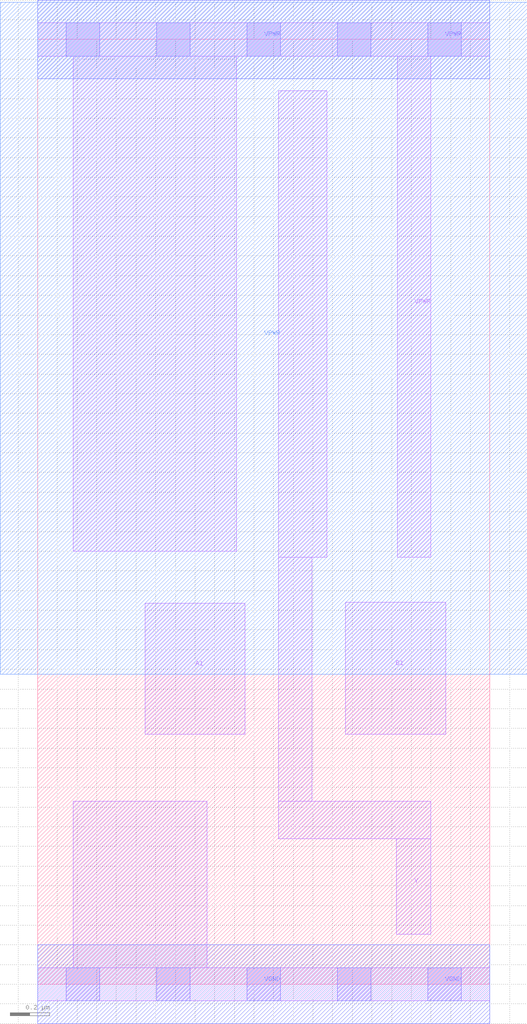
<source format=lef>
VERSION 5.7 ;
  NOWIREEXTENSIONATPIN ON ;
  DIVIDERCHAR "/" ;
  BUSBITCHARS "[]" ;
MACRO thesis_nand2
  CLASS CORE ;
  FOREIGN thesis_nand2 ;
  ORIGIN 0.000 0.000 ;
  SIZE 2.300 BY 4.800 ;
  PIN A1
    DIRECTION INPUT ;
    USE SIGNAL ;
    ANTENNAGATEAREA 0.553500 ;
    PORT
      LAYER li1 ;
        RECT 0.545 1.270 1.055 1.935 ;
    END
  END A1
  PIN B1
    DIRECTION INPUT ;
    USE SIGNAL ;
    ANTENNAGATEAREA 0.553500 ;
    PORT
      LAYER li1 ;
        RECT 1.565 1.270 2.075 1.940 ;
    END
  END B1
  PIN Y
    DIRECTION OUTPUT ;
    USE SIGNAL ;
    ANTENNADIFFAREA 1.512900 ;
    PORT
      LAYER li1 ;
        RECT 1.225 2.170 1.470 4.540 ;
        RECT 1.225 0.930 1.395 2.170 ;
        RECT 1.225 0.740 2.000 0.930 ;
        RECT 1.825 0.255 2.000 0.740 ;
    END
  END Y
  PIN VPWR
    DIRECTION INOUT ;
    USE POWER ;
    PORT
      LAYER nwell ;
        RECT -0.190 1.575 2.490 4.990 ;
      LAYER li1 ;
        RECT 0.000 4.715 2.300 4.885 ;
        RECT 0.180 2.200 1.010 4.715 ;
        RECT 1.830 2.170 2.000 4.715 ;
      LAYER mcon ;
        RECT 0.145 4.715 0.315 4.885 ;
        RECT 0.605 4.715 0.775 4.885 ;
        RECT 1.065 4.715 1.235 4.885 ;
        RECT 1.525 4.715 1.695 4.885 ;
        RECT 1.985 4.715 2.155 4.885 ;
      LAYER met1 ;
        RECT 0.000 4.600 2.300 5.000 ;
    END
  END VPWR
  PIN VGND
    DIRECTION INOUT ;
    USE GROUND ;
    PORT
      LAYER li1 ;
        RECT 0.180 0.085 0.860 0.930 ;
        RECT 0.000 -0.085 2.300 0.085 ;
      LAYER mcon ;
        RECT 0.145 -0.085 0.315 0.085 ;
        RECT 0.605 -0.085 0.775 0.085 ;
        RECT 1.065 -0.085 1.235 0.085 ;
        RECT 1.525 -0.085 1.695 0.085 ;
        RECT 1.985 -0.085 2.155 0.085 ;
      LAYER met1 ;
        RECT 0.000 -0.200 2.300 0.200 ;
    END
  END VGND
END thesis_nand2
END LIBRARY


</source>
